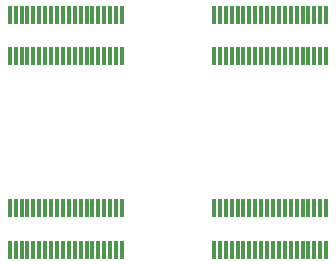
<source format=gbr>
G04 #@! TF.GenerationSoftware,KiCad,Pcbnew,(5.1.4)-1*
G04 #@! TF.CreationDate,2019-10-08T18:00:11-06:00*
G04 #@! TF.ProjectId,Gateway02,47617465-7761-4793-9032-2e6b69636164,rev?*
G04 #@! TF.SameCoordinates,Original*
G04 #@! TF.FileFunction,Paste,Bot*
G04 #@! TF.FilePolarity,Positive*
%FSLAX46Y46*%
G04 Gerber Fmt 4.6, Leading zero omitted, Abs format (unit mm)*
G04 Created by KiCad (PCBNEW (5.1.4)-1) date 2019-10-08 18:00:11*
%MOMM*%
%LPD*%
G04 APERTURE LIST*
%ADD10R,0.300000X1.500000*%
G04 APERTURE END LIST*
D10*
X105744000Y-98443000D03*
X103744000Y-98443000D03*
X106244000Y-98443000D03*
X102744000Y-98443000D03*
X104744000Y-98443000D03*
X104244000Y-98443000D03*
X107244000Y-98443000D03*
X103244000Y-98443000D03*
X105244000Y-98443000D03*
X106744000Y-98443000D03*
X105744000Y-101943000D03*
X103744000Y-101943000D03*
X106244000Y-101943000D03*
X102744000Y-101943000D03*
X104744000Y-101943000D03*
X104244000Y-101943000D03*
X107244000Y-101943000D03*
X103244000Y-101943000D03*
X105244000Y-101943000D03*
X106744000Y-101943000D03*
X97744000Y-101943000D03*
X97744000Y-98443000D03*
X98244000Y-101943000D03*
X98244000Y-98443000D03*
X98744000Y-101943000D03*
X98744000Y-98443000D03*
X99244000Y-101943000D03*
X99244000Y-98443000D03*
X99744000Y-101943000D03*
X99744000Y-98443000D03*
X100244000Y-101943000D03*
X100244000Y-98443000D03*
X100744000Y-101943000D03*
X100744000Y-98443000D03*
X101244000Y-101943000D03*
X101244000Y-98443000D03*
X101744000Y-101943000D03*
X101744000Y-98443000D03*
X102244000Y-101943000D03*
X102244000Y-98443000D03*
X84960000Y-98443000D03*
X84960000Y-101943000D03*
X84460000Y-98443000D03*
X84460000Y-101943000D03*
X83960000Y-98443000D03*
X83960000Y-101943000D03*
X83460000Y-98443000D03*
X83460000Y-101943000D03*
X82960000Y-98443000D03*
X82960000Y-101943000D03*
X82460000Y-98443000D03*
X82460000Y-101943000D03*
X81960000Y-98443000D03*
X81960000Y-101943000D03*
X81460000Y-98443000D03*
X81460000Y-101943000D03*
X80960000Y-98443000D03*
X80960000Y-101943000D03*
X80460000Y-98443000D03*
X80460000Y-101943000D03*
X89460000Y-101943000D03*
X87960000Y-101943000D03*
X85960000Y-101943000D03*
X89960000Y-101943000D03*
X86960000Y-101943000D03*
X87460000Y-101943000D03*
X85460000Y-101943000D03*
X88960000Y-101943000D03*
X86460000Y-101943000D03*
X88460000Y-101943000D03*
X89460000Y-98443000D03*
X87960000Y-98443000D03*
X85960000Y-98443000D03*
X89960000Y-98443000D03*
X86960000Y-98443000D03*
X87460000Y-98443000D03*
X85460000Y-98443000D03*
X88960000Y-98443000D03*
X86460000Y-98443000D03*
X88460000Y-98443000D03*
X105744000Y-82057000D03*
X103744000Y-82057000D03*
X106244000Y-82057000D03*
X102744000Y-82057000D03*
X104744000Y-82057000D03*
X104244000Y-82057000D03*
X107244000Y-82057000D03*
X103244000Y-82057000D03*
X105244000Y-82057000D03*
X106744000Y-82057000D03*
X105744000Y-85557000D03*
X103744000Y-85557000D03*
X106244000Y-85557000D03*
X102744000Y-85557000D03*
X104744000Y-85557000D03*
X104244000Y-85557000D03*
X107244000Y-85557000D03*
X103244000Y-85557000D03*
X105244000Y-85557000D03*
X106744000Y-85557000D03*
X97744000Y-85557000D03*
X97744000Y-82057000D03*
X98244000Y-85557000D03*
X98244000Y-82057000D03*
X98744000Y-85557000D03*
X98744000Y-82057000D03*
X99244000Y-85557000D03*
X99244000Y-82057000D03*
X99744000Y-85557000D03*
X99744000Y-82057000D03*
X100244000Y-85557000D03*
X100244000Y-82057000D03*
X100744000Y-85557000D03*
X100744000Y-82057000D03*
X101244000Y-85557000D03*
X101244000Y-82057000D03*
X101744000Y-85557000D03*
X101744000Y-82057000D03*
X102244000Y-85557000D03*
X102244000Y-82057000D03*
X84960000Y-82057000D03*
X84960000Y-85557000D03*
X84460000Y-82057000D03*
X84460000Y-85557000D03*
X83960000Y-82057000D03*
X83960000Y-85557000D03*
X83460000Y-82057000D03*
X83460000Y-85557000D03*
X82960000Y-82057000D03*
X82960000Y-85557000D03*
X82460000Y-82057000D03*
X82460000Y-85557000D03*
X81960000Y-82057000D03*
X81960000Y-85557000D03*
X81460000Y-82057000D03*
X81460000Y-85557000D03*
X80960000Y-82057000D03*
X80960000Y-85557000D03*
X80460000Y-82057000D03*
X80460000Y-85557000D03*
X89460000Y-85557000D03*
X87960000Y-85557000D03*
X85960000Y-85557000D03*
X89960000Y-85557000D03*
X86960000Y-85557000D03*
X87460000Y-85557000D03*
X85460000Y-85557000D03*
X88960000Y-85557000D03*
X86460000Y-85557000D03*
X88460000Y-85557000D03*
X89460000Y-82057000D03*
X87960000Y-82057000D03*
X85960000Y-82057000D03*
X89960000Y-82057000D03*
X86960000Y-82057000D03*
X87460000Y-82057000D03*
X85460000Y-82057000D03*
X88960000Y-82057000D03*
X86460000Y-82057000D03*
X88460000Y-82057000D03*
M02*

</source>
